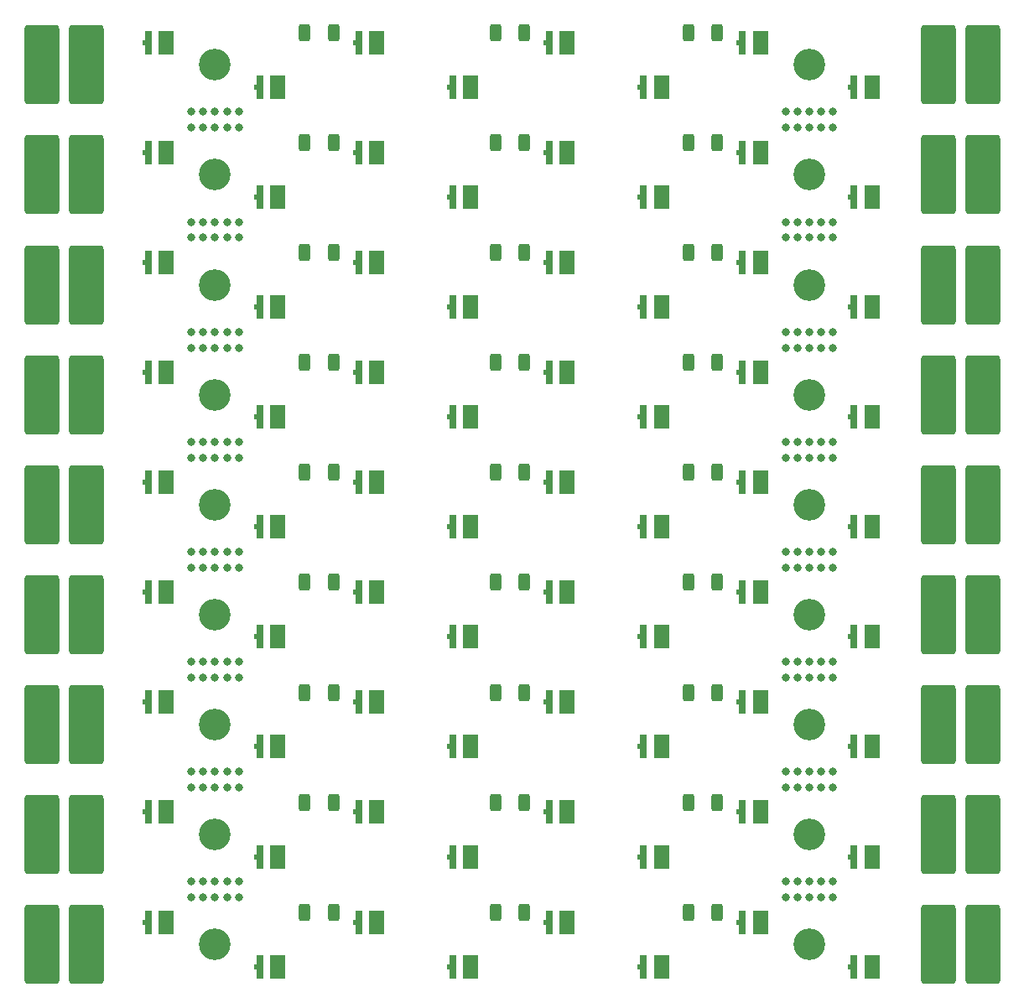
<source format=gts>
G04 #@! TF.GenerationSoftware,KiCad,Pcbnew,(6.0.0)*
G04 #@! TF.CreationDate,2022-02-10T10:23:11+01:00*
G04 #@! TF.ProjectId,IKEA_Tertial_mod_v3.1,494b4541-5f54-4657-9274-69616c5f6d6f,rev?*
G04 #@! TF.SameCoordinates,Original*
G04 #@! TF.FileFunction,Soldermask,Top*
G04 #@! TF.FilePolarity,Negative*
%FSLAX46Y46*%
G04 Gerber Fmt 4.6, Leading zero omitted, Abs format (unit mm)*
G04 Created by KiCad (PCBNEW (6.0.0)) date 2022-02-10 10:23:11*
%MOMM*%
%LPD*%
G01*
G04 APERTURE LIST*
G04 Aperture macros list*
%AMRoundRect*
0 Rectangle with rounded corners*
0 $1 Rounding radius*
0 $2 $3 $4 $5 $6 $7 $8 $9 X,Y pos of 4 corners*
0 Add a 4 corners polygon primitive as box body*
4,1,4,$2,$3,$4,$5,$6,$7,$8,$9,$2,$3,0*
0 Add four circle primitives for the rounded corners*
1,1,$1+$1,$2,$3*
1,1,$1+$1,$4,$5*
1,1,$1+$1,$6,$7*
1,1,$1+$1,$8,$9*
0 Add four rect primitives between the rounded corners*
20,1,$1+$1,$2,$3,$4,$5,0*
20,1,$1+$1,$4,$5,$6,$7,0*
20,1,$1+$1,$6,$7,$8,$9,0*
20,1,$1+$1,$8,$9,$2,$3,0*%
%AMFreePoly0*
4,1,9,0.300000,0.250000,0.600000,0.250000,0.600000,-0.250000,0.300000,-0.250000,0.300000,-1.200000,-0.300000,-1.200000,-0.300000,1.200000,0.300000,1.200000,0.300000,0.250000,0.300000,0.250000,$1*%
G04 Aperture macros list end*
%ADD10C,0.800000*%
%ADD11R,1.600000X2.400000*%
%ADD12FreePoly0,180.000000*%
%ADD13RoundRect,0.250000X-0.312500X-0.625000X0.312500X-0.625000X0.312500X0.625000X-0.312500X0.625000X0*%
%ADD14C,3.200000*%
%ADD15RoundRect,0.350000X1.400000X-3.650000X1.400000X3.650000X-1.400000X3.650000X-1.400000X-3.650000X0*%
G04 APERTURE END LIST*
D10*
X118800000Y-116600000D03*
X117600000Y-116600000D03*
X120000000Y-116600000D03*
X121200000Y-116600000D03*
X120000000Y-115000000D03*
X118800000Y-115000000D03*
X122400000Y-116600000D03*
X122400000Y-115000000D03*
X121200000Y-115000000D03*
X117600000Y-115000000D03*
X118800000Y-83300001D03*
X117600000Y-83300001D03*
X120000000Y-83300001D03*
X121200000Y-83300001D03*
X120000000Y-81700001D03*
X118800000Y-81700001D03*
X122400000Y-83300001D03*
X122400000Y-81700001D03*
X121200000Y-81700001D03*
X117600000Y-81700001D03*
X118800000Y-138799999D03*
X117600000Y-138799999D03*
X120000000Y-138799999D03*
X121200000Y-138799999D03*
X120000000Y-137199999D03*
X118800000Y-137199999D03*
X122400000Y-138799999D03*
X122400000Y-137199999D03*
X121200000Y-137199999D03*
X117600000Y-137199999D03*
X118800000Y-61100001D03*
X117600000Y-61100001D03*
X120000000Y-61100001D03*
X121200000Y-61100001D03*
X120000000Y-59500001D03*
X118800000Y-59500001D03*
X122400000Y-61100001D03*
X122400000Y-59500001D03*
X121200000Y-59500001D03*
X117600000Y-59500001D03*
X118800000Y-72200000D03*
X117600000Y-72200000D03*
X120000000Y-72200000D03*
X121200000Y-72200000D03*
X120000000Y-70600000D03*
X118800000Y-70600000D03*
X122400000Y-72200000D03*
X122400000Y-70600000D03*
X121200000Y-70600000D03*
X117600000Y-70600000D03*
X118800000Y-127700001D03*
X117600000Y-127700001D03*
X120000000Y-127700001D03*
X121200000Y-127700001D03*
X120000000Y-126100001D03*
X118800000Y-126100001D03*
X122400000Y-127700001D03*
X122400000Y-126100001D03*
X121200000Y-126100001D03*
X117600000Y-126100001D03*
X118800000Y-105500001D03*
X117600000Y-105500001D03*
X120000000Y-105500001D03*
X121200000Y-105500001D03*
X120000000Y-103900001D03*
X118800000Y-103900001D03*
X122400000Y-105500001D03*
X122400000Y-103900001D03*
X121200000Y-103900001D03*
X117600000Y-103900001D03*
X118800000Y-94400000D03*
X117600000Y-94400000D03*
X120000000Y-94400000D03*
X121200000Y-94400000D03*
X120000000Y-92800000D03*
X118800000Y-92800000D03*
X122400000Y-94400000D03*
X122400000Y-92800000D03*
X121200000Y-92800000D03*
X117600000Y-92800000D03*
X178800000Y-61100001D03*
X177600000Y-61100001D03*
X180000000Y-61100001D03*
X181200000Y-61100001D03*
X180000000Y-59500001D03*
X178800000Y-59500001D03*
X182400000Y-61100001D03*
X182400000Y-59500001D03*
X181200000Y-59500001D03*
X177600000Y-59500001D03*
X178800000Y-116600000D03*
X177600000Y-116600000D03*
X180000000Y-116600000D03*
X181200000Y-116600000D03*
X180000000Y-115000000D03*
X178800000Y-115000000D03*
X182400000Y-116600000D03*
X182400000Y-115000000D03*
X181200000Y-115000000D03*
X177600000Y-115000000D03*
X178800000Y-105500001D03*
X177600000Y-105500001D03*
X180000000Y-105500001D03*
X181200000Y-105500001D03*
X180000000Y-103900001D03*
X178800000Y-103900001D03*
X182400000Y-105500001D03*
X182400000Y-103900001D03*
X181200000Y-103900001D03*
X177600000Y-103900001D03*
X178800000Y-94400000D03*
X177600000Y-94400000D03*
X180000000Y-94400000D03*
X181200000Y-94400000D03*
X180000000Y-92800000D03*
X178800000Y-92800000D03*
X182400000Y-94400000D03*
X182400000Y-92800000D03*
X181200000Y-92800000D03*
X177600000Y-92800000D03*
X178800000Y-127700001D03*
X177600000Y-127700001D03*
X180000000Y-127700001D03*
X181200000Y-127700001D03*
X180000000Y-126100001D03*
X178800000Y-126100001D03*
X182400000Y-127700001D03*
X182400000Y-126100001D03*
X181200000Y-126100001D03*
X177600000Y-126100001D03*
X178800000Y-72200000D03*
X177600000Y-72200000D03*
X180000000Y-72200000D03*
X181200000Y-72200000D03*
X180000000Y-70600000D03*
X178800000Y-70600000D03*
X182400000Y-72200000D03*
X182400000Y-70600000D03*
X181200000Y-70600000D03*
X177600000Y-70600000D03*
X178800000Y-83300001D03*
X177600000Y-83300001D03*
X180000000Y-83300001D03*
X181200000Y-83300001D03*
X180000000Y-81700001D03*
X178800000Y-81700001D03*
X182400000Y-83300001D03*
X182400000Y-81700001D03*
X181200000Y-81700001D03*
X177600000Y-81700001D03*
X178800000Y-138799999D03*
X177600000Y-138799999D03*
X180000000Y-138799999D03*
X181200000Y-138799999D03*
X180000000Y-137199999D03*
X178800000Y-137199999D03*
X182400000Y-138799999D03*
X182400000Y-137199999D03*
X181200000Y-137199999D03*
X177600000Y-137199999D03*
D11*
X145800000Y-112500001D03*
D12*
X144000000Y-112500001D03*
D13*
X167787500Y-129200001D03*
X170712500Y-129200001D03*
D14*
X180000000Y-65850001D03*
D11*
X155550000Y-74700000D03*
D12*
X153750000Y-74700000D03*
D11*
X145800000Y-79200000D03*
D12*
X144000000Y-79200000D03*
D11*
X186300000Y-134700001D03*
D12*
X184500000Y-134700001D03*
D11*
X115050000Y-96900000D03*
D12*
X113250000Y-96900000D03*
D11*
X155550000Y-63600001D03*
D12*
X153750000Y-63600001D03*
D11*
X175050000Y-130200001D03*
D12*
X173250000Y-130200001D03*
D13*
X129037500Y-73700000D03*
X131962500Y-73700000D03*
D11*
X126300000Y-90300001D03*
D12*
X124500000Y-90300001D03*
D11*
X165050000Y-68100001D03*
D12*
X163250000Y-68100001D03*
D11*
X186300000Y-68100001D03*
D12*
X184500000Y-68100001D03*
D11*
X165050000Y-79200000D03*
D12*
X163250000Y-79200000D03*
D14*
X180000000Y-76950000D03*
D15*
X102500000Y-99150000D03*
D11*
X136300000Y-63600001D03*
D12*
X134500000Y-63600001D03*
D11*
X175050000Y-96900000D03*
D12*
X173250000Y-96900000D03*
D11*
X115050000Y-141299999D03*
D12*
X113250000Y-141299999D03*
D11*
X186300000Y-112500001D03*
D12*
X184500000Y-112500001D03*
D11*
X136300000Y-141299999D03*
D12*
X134500000Y-141299999D03*
D13*
X129037500Y-95900000D03*
X131962500Y-95900000D03*
D14*
X120000000Y-65850001D03*
X180000000Y-132450001D03*
D11*
X175050000Y-119100000D03*
D12*
X173250000Y-119100000D03*
D11*
X115050000Y-108000001D03*
D12*
X113250000Y-108000001D03*
D11*
X175050000Y-74700000D03*
D12*
X173250000Y-74700000D03*
D11*
X165050000Y-112500001D03*
D12*
X163250000Y-112500001D03*
D15*
X107000000Y-143549999D03*
X193000000Y-132450001D03*
D14*
X180000000Y-99150000D03*
D15*
X193000000Y-143549999D03*
X102500000Y-65850001D03*
D11*
X165050000Y-123600000D03*
D12*
X163250000Y-123600000D03*
D11*
X155550000Y-52500000D03*
D12*
X153750000Y-52500000D03*
D11*
X136300000Y-85800001D03*
D12*
X134500000Y-85800001D03*
D15*
X197500000Y-99150000D03*
X193000000Y-99150000D03*
D11*
X186300000Y-79200000D03*
D12*
X184500000Y-79200000D03*
D11*
X165050000Y-90300001D03*
D12*
X163250000Y-90300001D03*
D15*
X193000000Y-65850001D03*
D11*
X126300000Y-123600000D03*
D12*
X124500000Y-123600000D03*
D11*
X145800000Y-134700001D03*
D12*
X144000000Y-134700001D03*
D11*
X115050000Y-74700000D03*
D12*
X113250000Y-74700000D03*
D13*
X167787500Y-107000001D03*
X170712500Y-107000001D03*
D15*
X197500000Y-88050001D03*
D11*
X136300000Y-108000001D03*
D12*
X134500000Y-108000001D03*
D11*
X115050000Y-52500000D03*
D12*
X113250000Y-52500000D03*
D11*
X145800000Y-123600000D03*
D12*
X144000000Y-123600000D03*
D11*
X186300000Y-57000000D03*
D12*
X184500000Y-57000000D03*
D11*
X136300000Y-52500000D03*
D12*
X134500000Y-52500000D03*
D13*
X148287500Y-95900000D03*
X151212500Y-95900000D03*
D11*
X175050000Y-141299999D03*
D12*
X173250000Y-141299999D03*
D11*
X175050000Y-85800001D03*
D12*
X173250000Y-85800001D03*
D13*
X148287500Y-140299999D03*
X151212500Y-140299999D03*
D11*
X165050000Y-145799999D03*
D12*
X163250000Y-145799999D03*
D11*
X136300000Y-119100000D03*
D12*
X134500000Y-119100000D03*
D15*
X102500000Y-110250001D03*
D13*
X148287500Y-51500000D03*
X151212500Y-51500000D03*
D11*
X126300000Y-145799999D03*
D12*
X124500000Y-145799999D03*
D15*
X107000000Y-54750000D03*
D11*
X186300000Y-90300001D03*
D12*
X184500000Y-90300001D03*
D14*
X180000000Y-88050001D03*
D11*
X145800000Y-57000000D03*
D12*
X144000000Y-57000000D03*
D11*
X155550000Y-119100000D03*
D12*
X153750000Y-119100000D03*
D14*
X120000000Y-99150000D03*
D13*
X148287500Y-118100000D03*
X151212500Y-118100000D03*
X129037500Y-62600001D03*
X131962500Y-62600001D03*
D15*
X197500000Y-110250001D03*
D11*
X126300000Y-79200000D03*
D12*
X124500000Y-79200000D03*
D15*
X107000000Y-65850001D03*
D11*
X155550000Y-130200001D03*
D12*
X153750000Y-130200001D03*
D11*
X126300000Y-101400000D03*
D12*
X124500000Y-101400000D03*
D11*
X165050000Y-57000000D03*
D12*
X163250000Y-57000000D03*
D11*
X155550000Y-85800001D03*
D12*
X153750000Y-85800001D03*
D11*
X115050000Y-119100000D03*
D12*
X113250000Y-119100000D03*
D11*
X155550000Y-108000001D03*
D12*
X153750000Y-108000001D03*
D11*
X145800000Y-68100001D03*
D12*
X144000000Y-68100001D03*
D14*
X120000000Y-88050001D03*
D11*
X155550000Y-96900000D03*
D12*
X153750000Y-96900000D03*
D14*
X120000000Y-121350000D03*
D15*
X102500000Y-54750000D03*
D13*
X129037500Y-140299999D03*
X131962500Y-140299999D03*
D14*
X120000000Y-132450001D03*
D11*
X126300000Y-57000000D03*
D12*
X124500000Y-57000000D03*
D11*
X155550000Y-141299999D03*
D12*
X153750000Y-141299999D03*
D15*
X107000000Y-88050001D03*
X193000000Y-88050001D03*
X102500000Y-76950000D03*
D11*
X115050000Y-85800001D03*
D12*
X113250000Y-85800001D03*
D14*
X180000000Y-54750000D03*
D11*
X126300000Y-68100001D03*
D12*
X124500000Y-68100001D03*
D11*
X126300000Y-112500001D03*
D12*
X124500000Y-112500001D03*
D13*
X167787500Y-73700000D03*
X170712500Y-73700000D03*
D15*
X193000000Y-54750000D03*
D13*
X167787500Y-62600001D03*
X170712500Y-62600001D03*
D14*
X120000000Y-54750000D03*
D15*
X102500000Y-132450001D03*
D11*
X186300000Y-123600000D03*
D12*
X184500000Y-123600000D03*
D15*
X197500000Y-121350000D03*
D11*
X136300000Y-74700000D03*
D12*
X134500000Y-74700000D03*
D15*
X107000000Y-110250001D03*
D11*
X186300000Y-145799999D03*
D12*
X184500000Y-145799999D03*
D13*
X129037500Y-84800001D03*
X131962500Y-84800001D03*
D11*
X145800000Y-101400000D03*
D12*
X144000000Y-101400000D03*
D11*
X145800000Y-145799999D03*
D12*
X144000000Y-145799999D03*
D11*
X186300000Y-101400000D03*
D12*
X184500000Y-101400000D03*
D15*
X107000000Y-76950000D03*
X107000000Y-121350000D03*
D11*
X165050000Y-134700001D03*
D12*
X163250000Y-134700001D03*
D15*
X193000000Y-76950000D03*
D13*
X129037500Y-107000001D03*
X131962500Y-107000001D03*
X129037500Y-118100000D03*
X131962500Y-118100000D03*
D15*
X197500000Y-132450001D03*
D13*
X129037500Y-129200001D03*
X131962500Y-129200001D03*
D11*
X136300000Y-130200001D03*
D12*
X134500000Y-130200001D03*
D11*
X115050000Y-63600001D03*
D12*
X113250000Y-63600001D03*
D13*
X148287500Y-129200001D03*
X151212500Y-129200001D03*
D15*
X107000000Y-132450001D03*
X193000000Y-121350000D03*
X197500000Y-76950000D03*
D14*
X120000000Y-110250001D03*
D15*
X102500000Y-88050001D03*
D13*
X148287500Y-107000001D03*
X151212500Y-107000001D03*
D15*
X107000000Y-99150000D03*
D11*
X175050000Y-63600001D03*
D12*
X173250000Y-63600001D03*
D15*
X193000000Y-110250001D03*
D11*
X165050000Y-101400000D03*
D12*
X163250000Y-101400000D03*
D15*
X197500000Y-65850001D03*
D13*
X167787500Y-140299999D03*
X170712500Y-140299999D03*
D11*
X115050000Y-130200001D03*
D12*
X113250000Y-130200001D03*
D13*
X167787500Y-51500000D03*
X170712500Y-51500000D03*
D14*
X120000000Y-143549999D03*
X180000000Y-110250001D03*
D13*
X167787500Y-118100000D03*
X170712500Y-118100000D03*
D11*
X175050000Y-108000001D03*
D12*
X173250000Y-108000001D03*
D11*
X126300000Y-134700001D03*
D12*
X124500000Y-134700001D03*
D15*
X102500000Y-121350000D03*
D13*
X148287500Y-84800001D03*
X151212500Y-84800001D03*
D15*
X197500000Y-143549999D03*
D14*
X120000000Y-76950000D03*
D13*
X148287500Y-62600001D03*
X151212500Y-62600001D03*
X129037500Y-51500000D03*
X131962500Y-51500000D03*
D11*
X175050000Y-52500000D03*
D12*
X173250000Y-52500000D03*
D15*
X197500000Y-54750000D03*
D13*
X167787500Y-84800001D03*
X170712500Y-84800001D03*
D11*
X136300000Y-96900000D03*
D12*
X134500000Y-96900000D03*
D11*
X145800000Y-90300001D03*
D12*
X144000000Y-90300001D03*
D14*
X180000000Y-121350000D03*
X180000000Y-143549999D03*
D15*
X102500000Y-143549999D03*
D13*
X167787500Y-95900000D03*
X170712500Y-95900000D03*
X148287500Y-73700000D03*
X151212500Y-73700000D03*
M02*

</source>
